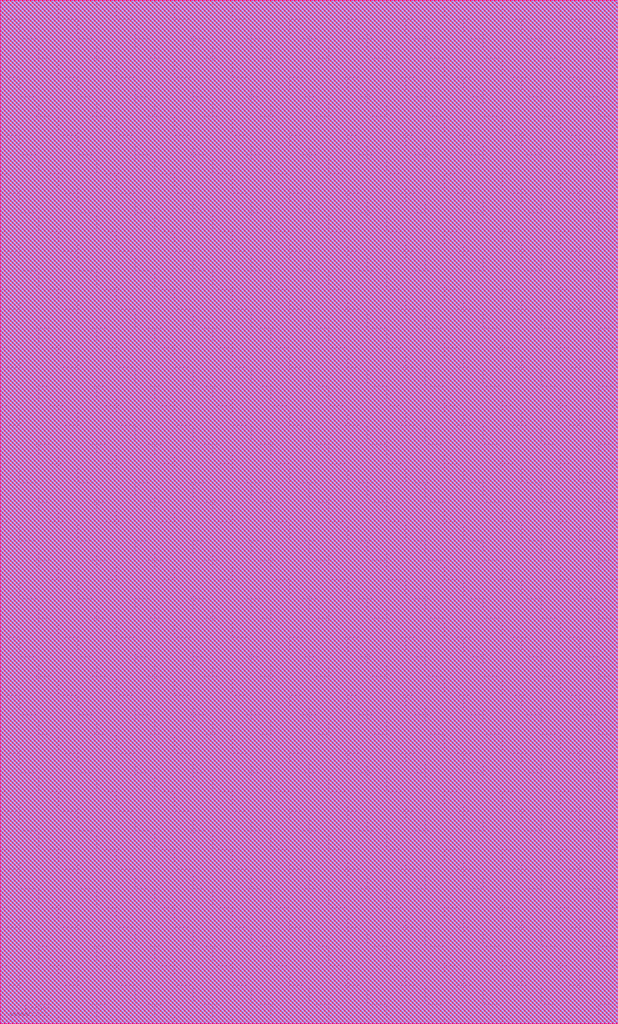
<source format=lef>
VERSION 5.7 ;
  NOWIREEXTENSIONATPIN ON ;
  DIVIDERCHAR "/" ;
  BUSBITCHARS "[]" ;
MACRO caravel
  CLASS BLOCK ;
  FOREIGN caravel ;
  ORIGIN 0.000 0.000 ;
  SIZE 3200.000 BY 5300.000 ;
  OBS
      LAYER li1 ;
        RECT 0.220 0.220 3199.780 5299.705 ;
      LAYER met1 ;
        RECT 0.000 0.000 3200.000 5300.000 ;
      LAYER met2 ;
        RECT 0.000 0.000 3200.000 5300.000 ;
      LAYER met3 ;
        RECT 0.000 0.000 3200.000 5300.000 ;
      LAYER met4 ;
        RECT 0.000 0.000 3200.000 5300.000 ;
      LAYER met5 ;
        RECT 0.000 0.000 3200.000 5300.000 ;
  END
END caravel
END LIBRARY


</source>
